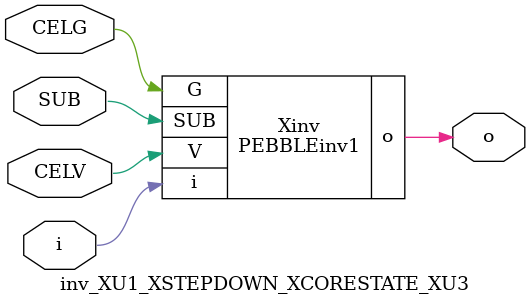
<source format=v>



module PEBBLEinv1 ( o, G, SUB, V, i );

  input V;
  input i;
  input G;
  output o;
  input SUB;
endmodule

//Celera Confidential Do Not Copy inv_XU1_XSTEPDOWN_XCORESTATE_XU3
//Celera Confidential Symbol Generator
//5V Inverter
module inv_XU1_XSTEPDOWN_XCORESTATE_XU3 (CELV,CELG,i,o,SUB);
input CELV;
input CELG;
input i;
input SUB;
output o;

//Celera Confidential Do Not Copy inv
PEBBLEinv1 Xinv(
.V (CELV),
.i (i),
.o (o),
.SUB (SUB),
.G (CELG)
);
//,diesize,PEBBLEinv1

//Celera Confidential Do Not Copy Module End
//Celera Schematic Generator
endmodule

</source>
